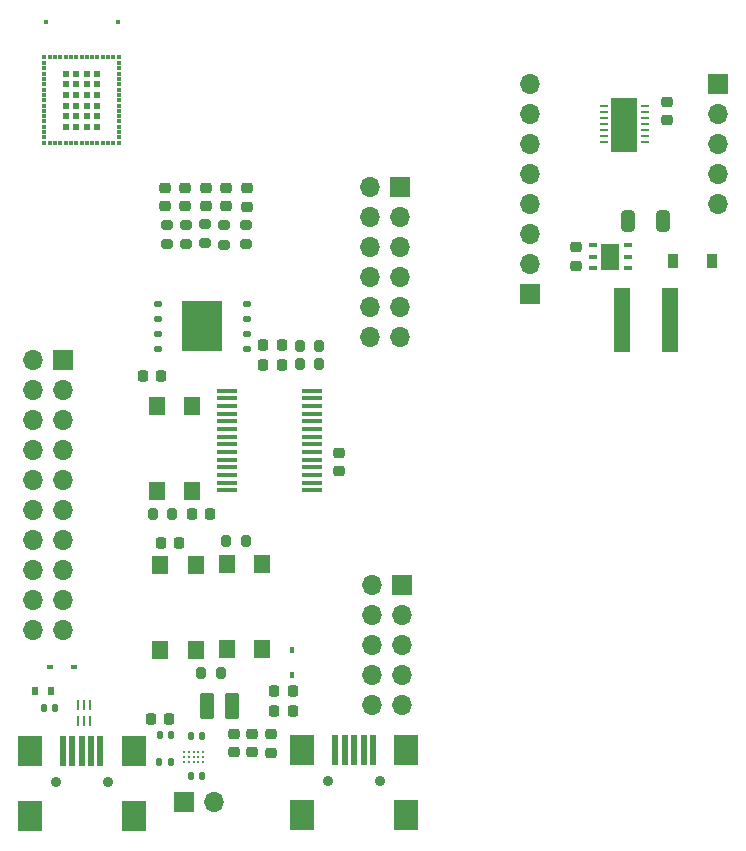
<source format=gbr>
%TF.GenerationSoftware,KiCad,Pcbnew,6.0.10-86aedd382b~118~ubuntu22.04.1*%
%TF.CreationDate,2023-01-21T23:49:40-03:00*%
%TF.ProjectId,MB_V2,4d425f56-322e-46b6-9963-61645f706362,rev?*%
%TF.SameCoordinates,Original*%
%TF.FileFunction,Soldermask,Top*%
%TF.FilePolarity,Negative*%
%FSLAX46Y46*%
G04 Gerber Fmt 4.6, Leading zero omitted, Abs format (unit mm)*
G04 Created by KiCad (PCBNEW 6.0.10-86aedd382b~118~ubuntu22.04.1) date 2023-01-21 23:49:40*
%MOMM*%
%LPD*%
G01*
G04 APERTURE LIST*
G04 Aperture macros list*
%AMRoundRect*
0 Rectangle with rounded corners*
0 $1 Rounding radius*
0 $2 $3 $4 $5 $6 $7 $8 $9 X,Y pos of 4 corners*
0 Add a 4 corners polygon primitive as box body*
4,1,4,$2,$3,$4,$5,$6,$7,$8,$9,$2,$3,0*
0 Add four circle primitives for the rounded corners*
1,1,$1+$1,$2,$3*
1,1,$1+$1,$4,$5*
1,1,$1+$1,$6,$7*
1,1,$1+$1,$8,$9*
0 Add four rect primitives between the rounded corners*
20,1,$1+$1,$2,$3,$4,$5,0*
20,1,$1+$1,$4,$5,$6,$7,0*
20,1,$1+$1,$6,$7,$8,$9,0*
20,1,$1+$1,$8,$9,$2,$3,0*%
G04 Aperture macros list end*
%ADD10RoundRect,0.125000X0.200000X0.125000X-0.200000X0.125000X-0.200000X-0.125000X0.200000X-0.125000X0*%
%ADD11R,3.400000X4.300000*%
%ADD12R,0.706399X0.407200*%
%ADD13R,1.498600X2.311400*%
%ADD14R,0.600000X0.700000*%
%ADD15R,1.400000X1.600000*%
%ADD16C,0.900000*%
%ADD17R,0.500000X2.500000*%
%ADD18R,2.000000X2.500000*%
%ADD19R,1.750000X0.450000*%
%ADD20RoundRect,0.218750X0.256250X-0.218750X0.256250X0.218750X-0.256250X0.218750X-0.256250X-0.218750X0*%
%ADD21RoundRect,0.140000X-0.140000X-0.170000X0.140000X-0.170000X0.140000X0.170000X-0.140000X0.170000X0*%
%ADD22RoundRect,0.225000X-0.250000X0.225000X-0.250000X-0.225000X0.250000X-0.225000X0.250000X0.225000X0*%
%ADD23RoundRect,0.200000X0.200000X0.275000X-0.200000X0.275000X-0.200000X-0.275000X0.200000X-0.275000X0*%
%ADD24RoundRect,0.200000X-0.275000X0.200000X-0.275000X-0.200000X0.275000X-0.200000X0.275000X0.200000X0*%
%ADD25RoundRect,0.140000X0.140000X0.170000X-0.140000X0.170000X-0.140000X-0.170000X0.140000X-0.170000X0*%
%ADD26RoundRect,0.225000X0.225000X0.250000X-0.225000X0.250000X-0.225000X-0.250000X0.225000X-0.250000X0*%
%ADD27R,0.600000X0.450000*%
%ADD28RoundRect,0.250000X-0.325000X-0.650000X0.325000X-0.650000X0.325000X0.650000X-0.325000X0.650000X0*%
%ADD29RoundRect,0.250000X-0.375000X-0.850000X0.375000X-0.850000X0.375000X0.850000X-0.375000X0.850000X0*%
%ADD30R,1.700000X1.700000*%
%ADD31O,1.700000X1.700000*%
%ADD32C,0.254000*%
%ADD33RoundRect,0.225000X0.250000X-0.225000X0.250000X0.225000X-0.250000X0.225000X-0.250000X-0.225000X0*%
%ADD34RoundRect,0.225000X-0.225000X-0.250000X0.225000X-0.250000X0.225000X0.250000X-0.225000X0.250000X0*%
%ADD35RoundRect,0.218750X0.218750X0.256250X-0.218750X0.256250X-0.218750X-0.256250X0.218750X-0.256250X0*%
%ADD36RoundRect,0.200000X-0.200000X-0.275000X0.200000X-0.275000X0.200000X0.275000X-0.200000X0.275000X0*%
%ADD37R,0.450000X0.600000*%
%ADD38R,0.900000X1.200000*%
%ADD39R,0.254800X0.807999*%
%ADD40R,0.690000X0.280000*%
%ADD41R,2.273000X4.600000*%
%ADD42RoundRect,0.218750X-0.218750X-0.256250X0.218750X-0.256250X0.218750X0.256250X-0.218750X0.256250X0*%
%ADD43R,1.430000X5.500000*%
%ADD44R,0.350012X0.350012*%
%ADD45R,0.350000X0.300000*%
%ADD46R,0.300000X0.350000*%
%ADD47R,0.599999X0.599999*%
%ADD48R,0.429997X0.429997*%
G04 APERTURE END LIST*
D10*
%TO.C,U5*%
X114990000Y-134605000D03*
X114990000Y-133335000D03*
X114990000Y-132065000D03*
X114990000Y-130795000D03*
X107490000Y-130795000D03*
X107490000Y-132065000D03*
X107490000Y-133335000D03*
X107490000Y-134605000D03*
D11*
X111240000Y-132700000D03*
%TD*%
D12*
%TO.C,U4*%
X144273201Y-125839999D03*
X144273201Y-126790000D03*
X144273201Y-127740001D03*
X147266799Y-127740001D03*
X147266799Y-126790000D03*
X147266799Y-125839999D03*
D13*
X145770000Y-126790000D03*
%TD*%
D14*
%TO.C,D6*%
X98425000Y-163600000D03*
X97025000Y-163600000D03*
%TD*%
D15*
%TO.C,SW3*%
X107380000Y-139430000D03*
X107380000Y-146630000D03*
X110380000Y-146630000D03*
X110380000Y-139430000D03*
%TD*%
D16*
%TO.C,J4*%
X103200000Y-171250000D03*
X98800000Y-171250000D03*
D17*
X99400000Y-168650000D03*
X100200000Y-168650000D03*
X101000000Y-168650000D03*
X101800000Y-168650000D03*
X102600000Y-168650000D03*
D18*
X96600000Y-174150000D03*
X105400000Y-168650000D03*
X105400000Y-174150000D03*
X96600000Y-168650000D03*
%TD*%
D19*
%TO.C,U3*%
X113320000Y-138135000D03*
X113320000Y-138785000D03*
X113320000Y-139435000D03*
X113320000Y-140085000D03*
X113320000Y-140735000D03*
X113320000Y-141385000D03*
X113320000Y-142035000D03*
X113320000Y-142685000D03*
X113320000Y-143335000D03*
X113320000Y-143985000D03*
X113320000Y-144635000D03*
X113320000Y-145285000D03*
X113320000Y-145935000D03*
X113320000Y-146585000D03*
X120520000Y-146585000D03*
X120520000Y-145935000D03*
X120520000Y-145285000D03*
X120520000Y-144635000D03*
X120520000Y-143985000D03*
X120520000Y-143335000D03*
X120520000Y-142685000D03*
X120520000Y-142035000D03*
X120520000Y-141385000D03*
X120520000Y-140735000D03*
X120520000Y-140085000D03*
X120520000Y-139435000D03*
X120520000Y-138785000D03*
X120520000Y-138135000D03*
%TD*%
D20*
%TO.C,D2*%
X108050000Y-122547500D03*
X108050000Y-120972500D03*
%TD*%
D21*
%TO.C,C6*%
X97795000Y-165050000D03*
X98755000Y-165050000D03*
%TD*%
D22*
%TO.C,C1*%
X150560000Y-113665000D03*
X150560000Y-115215000D03*
%TD*%
D23*
%TO.C,R9*%
X108685000Y-148610000D03*
X107035000Y-148610000D03*
%TD*%
D24*
%TO.C,R1*%
X109850000Y-124100000D03*
X109850000Y-125750000D03*
%TD*%
D25*
%TO.C,C12*%
X108600000Y-167260000D03*
X107640000Y-167260000D03*
%TD*%
D26*
%TO.C,C9*%
X108410000Y-165920000D03*
X106860000Y-165920000D03*
%TD*%
D27*
%TO.C,D8*%
X100400000Y-161580000D03*
X98300000Y-161580000D03*
%TD*%
D28*
%TO.C,C3*%
X147265000Y-123760000D03*
X150215000Y-123760000D03*
%TD*%
D29*
%TO.C,L2*%
X111600000Y-164810000D03*
X113750000Y-164810000D03*
%TD*%
D21*
%TO.C,C11*%
X110260000Y-167350000D03*
X111220000Y-167350000D03*
%TD*%
D22*
%TO.C,C5*%
X122800000Y-143425000D03*
X122800000Y-144975000D03*
%TD*%
D30*
%TO.C,J7*%
X127920000Y-120900000D03*
D31*
X125380000Y-120900000D03*
X127920000Y-123440000D03*
X125380000Y-123440000D03*
X127920000Y-125980000D03*
X125380000Y-125980000D03*
X127920000Y-128520000D03*
X125380000Y-128520000D03*
X127920000Y-131060000D03*
X125380000Y-131060000D03*
X127920000Y-133600000D03*
X125380000Y-133600000D03*
%TD*%
D25*
%TO.C,C10*%
X111230000Y-170730000D03*
X110270000Y-170730000D03*
%TD*%
D20*
%TO.C,D5*%
X113230000Y-122547500D03*
X113230000Y-120972500D03*
%TD*%
%TO.C,D1*%
X109790000Y-122537500D03*
X109790000Y-120962500D03*
%TD*%
D32*
%TO.C,U7*%
X109700000Y-168750000D03*
X110100000Y-168750000D03*
X110500000Y-168750000D03*
X110900000Y-168750000D03*
X111300000Y-168750000D03*
X109700000Y-169150000D03*
X110100000Y-169150000D03*
X110500000Y-169150000D03*
X110900000Y-169150000D03*
X111300000Y-169150000D03*
X109700000Y-169550000D03*
X110100000Y-169550000D03*
X110500000Y-169550000D03*
X110900000Y-169550000D03*
X111300000Y-169550000D03*
%TD*%
D33*
%TO.C,C7*%
X142850000Y-127570000D03*
X142850000Y-126020000D03*
%TD*%
D25*
%TO.C,C13*%
X108550000Y-169600000D03*
X107590000Y-169600000D03*
%TD*%
D15*
%TO.C,SW1*%
X110650000Y-160125000D03*
X110650000Y-152925000D03*
X107650000Y-160125000D03*
X107650000Y-152925000D03*
%TD*%
D34*
%TO.C,C2*%
X107740000Y-151040000D03*
X109290000Y-151040000D03*
%TD*%
D23*
%TO.C,R8*%
X112790000Y-162020000D03*
X111140000Y-162020000D03*
%TD*%
D16*
%TO.C,J3*%
X121900000Y-171200000D03*
X126300000Y-171200000D03*
D17*
X122500000Y-168600000D03*
X123300000Y-168600000D03*
X124100000Y-168600000D03*
X124900000Y-168600000D03*
X125700000Y-168600000D03*
D18*
X119700000Y-168600000D03*
X128500000Y-174100000D03*
X119700000Y-174100000D03*
X128500000Y-168600000D03*
%TD*%
D35*
%TO.C,D10*%
X117960000Y-135940000D03*
X116385000Y-135940000D03*
%TD*%
D36*
%TO.C,R10*%
X113250000Y-150900000D03*
X114900000Y-150900000D03*
%TD*%
D30*
%TO.C,J2*%
X154900000Y-112200000D03*
D31*
X154900000Y-114740000D03*
X154900000Y-117280000D03*
X154900000Y-119820000D03*
X154900000Y-122360000D03*
%TD*%
D24*
%TO.C,R5*%
X113030000Y-124140000D03*
X113030000Y-125790000D03*
%TD*%
D35*
%TO.C,D11*%
X117977500Y-134290000D03*
X116402500Y-134290000D03*
%TD*%
D37*
%TO.C,D9*%
X118820000Y-160110000D03*
X118820000Y-162210000D03*
%TD*%
D24*
%TO.C,R2*%
X108210000Y-124085000D03*
X108210000Y-125735000D03*
%TD*%
%TO.C,R4*%
X114960000Y-124095000D03*
X114960000Y-125745000D03*
%TD*%
D34*
%TO.C,C17*%
X117327500Y-165262500D03*
X118877500Y-165262500D03*
%TD*%
D38*
%TO.C,D7*%
X151112500Y-127200000D03*
X154412500Y-127200000D03*
%TD*%
D36*
%TO.C,R6*%
X119465000Y-135920000D03*
X121115000Y-135920000D03*
%TD*%
%TO.C,R7*%
X119455000Y-134360000D03*
X121105000Y-134360000D03*
%TD*%
D24*
%TO.C,R3*%
X111420000Y-124015000D03*
X111420000Y-125665000D03*
%TD*%
D30*
%TO.C,J6*%
X99470000Y-135570000D03*
D31*
X96930000Y-135570000D03*
X99470000Y-138110000D03*
X96930000Y-138110000D03*
X99470000Y-140650000D03*
X96930000Y-140650000D03*
X99470000Y-143190000D03*
X96930000Y-143190000D03*
X99470000Y-145730000D03*
X96930000Y-145730000D03*
X99470000Y-148270000D03*
X96930000Y-148270000D03*
X99470000Y-150810000D03*
X96930000Y-150810000D03*
X99470000Y-153350000D03*
X96930000Y-153350000D03*
X99470000Y-155890000D03*
X96930000Y-155890000D03*
X99470000Y-158430000D03*
X96930000Y-158430000D03*
%TD*%
D22*
%TO.C,C14*%
X117000000Y-167230000D03*
X117000000Y-168780000D03*
%TD*%
D20*
%TO.C,D4*%
X114980000Y-122587500D03*
X114980000Y-121012500D03*
%TD*%
D39*
%TO.C,U6*%
X101674999Y-164729300D03*
X101175000Y-164729300D03*
X100675001Y-164729300D03*
X100675001Y-166070700D03*
X101175000Y-166070700D03*
X101674999Y-166070700D03*
%TD*%
D15*
%TO.C,SW2*%
X116320000Y-152840000D03*
X116320000Y-160040000D03*
X113320000Y-152840000D03*
X113320000Y-160040000D03*
%TD*%
D34*
%TO.C,C18*%
X117312500Y-163602500D03*
X118862500Y-163602500D03*
%TD*%
D30*
%TO.C,J5*%
X128100000Y-154600000D03*
D31*
X125560000Y-154600000D03*
X128100000Y-157140000D03*
X125560000Y-157140000D03*
X128100000Y-159680000D03*
X125560000Y-159680000D03*
X128100000Y-162220000D03*
X125560000Y-162220000D03*
X128100000Y-164760000D03*
X125560000Y-164760000D03*
%TD*%
D22*
%TO.C,C16*%
X113920000Y-167215000D03*
X113920000Y-168765000D03*
%TD*%
%TO.C,C15*%
X115440000Y-167215000D03*
X115440000Y-168765000D03*
%TD*%
D40*
%TO.C,U1*%
X145195000Y-114060000D03*
X145195000Y-114560000D03*
X145195000Y-115060000D03*
X145195000Y-115560000D03*
X145195000Y-116060000D03*
X145195000Y-116560000D03*
X145195000Y-117060000D03*
X148685000Y-117060000D03*
X148685000Y-116560000D03*
X148685000Y-116060000D03*
X148685000Y-115560000D03*
X148685000Y-115060000D03*
X148685000Y-114560000D03*
X148685000Y-114060000D03*
D41*
X146940000Y-115660000D03*
%TD*%
D42*
%TO.C,D12*%
X110322500Y-148620000D03*
X111897500Y-148620000D03*
%TD*%
D43*
%TO.C,L1*%
X146770000Y-132170000D03*
X150810000Y-132170000D03*
%TD*%
D44*
%TO.C,U2*%
X97825000Y-109924999D03*
D45*
X97825000Y-110399999D03*
X97825000Y-110850000D03*
X97825000Y-111299999D03*
X97825000Y-111749999D03*
X97825000Y-112200000D03*
X97825000Y-112649999D03*
X97825000Y-113100001D03*
X97825000Y-113550000D03*
X97825000Y-113999999D03*
X97825000Y-114450001D03*
X97825000Y-114900000D03*
X97825000Y-115350001D03*
X97825000Y-115800001D03*
X97825000Y-116250000D03*
X97825000Y-116700001D03*
D44*
X97825000Y-117175002D03*
D46*
X98300000Y-117175002D03*
X98749999Y-117175002D03*
X99199999Y-117175002D03*
X99650000Y-117175002D03*
X100099999Y-117175002D03*
X100550001Y-117175002D03*
X101000000Y-117175002D03*
X101449999Y-117175002D03*
X101900001Y-117175002D03*
X102350000Y-117175002D03*
X102800001Y-117175002D03*
X103250001Y-117175002D03*
X103700000Y-117175002D03*
D44*
X104175000Y-117175002D03*
D45*
X104175000Y-116700001D03*
X104175000Y-116250000D03*
X104175000Y-115800001D03*
X104175000Y-115350001D03*
X104175000Y-114900000D03*
X104175000Y-114450001D03*
X104175000Y-113999999D03*
X104175000Y-113550000D03*
X104175000Y-113100001D03*
X104175000Y-112649999D03*
X104175000Y-112200000D03*
X104175000Y-111749999D03*
X104175000Y-111299999D03*
X104175000Y-110850000D03*
X104175000Y-110399999D03*
D44*
X104175000Y-109924999D03*
D46*
X103700000Y-109924998D03*
X103250001Y-109924998D03*
X102800001Y-109924998D03*
X102350000Y-109924998D03*
X101900001Y-109924998D03*
X101449999Y-109924998D03*
X101000000Y-109924998D03*
X100550001Y-109924998D03*
X100099999Y-109924998D03*
X99650000Y-109924998D03*
X99199999Y-109924998D03*
X98749999Y-109924998D03*
X98300000Y-109924998D03*
D47*
X99650000Y-111299999D03*
X99650000Y-112199999D03*
X99650000Y-113099999D03*
X99650000Y-113999999D03*
X99650000Y-114899999D03*
X99650000Y-115799999D03*
X100550000Y-115799999D03*
X101450000Y-115799999D03*
X102350000Y-115799999D03*
X102350000Y-114899999D03*
X102350000Y-113999999D03*
X102350000Y-113099999D03*
X102350000Y-112199999D03*
X102350000Y-111299999D03*
X101450000Y-111299999D03*
X100550000Y-111299999D03*
X100550000Y-112199999D03*
X100550000Y-113099999D03*
X100550000Y-113999999D03*
X100550000Y-114899999D03*
X101450000Y-114899999D03*
X101450000Y-113999999D03*
X101450000Y-113099999D03*
X101450000Y-112199999D03*
D48*
X97950000Y-106964999D03*
X104050000Y-106964999D03*
%TD*%
D20*
%TO.C,D3*%
X111520000Y-122547500D03*
X111520000Y-120972500D03*
%TD*%
D30*
%TO.C,J1*%
X138975000Y-129975000D03*
D31*
X138975000Y-127435000D03*
X138975000Y-124895000D03*
X138975000Y-122355000D03*
X138975000Y-119815000D03*
X138975000Y-117275000D03*
X138975000Y-114735000D03*
X138975000Y-112195000D03*
%TD*%
D34*
%TO.C,C4*%
X106175000Y-136930000D03*
X107725000Y-136930000D03*
%TD*%
D30*
%TO.C,J8*%
X109680000Y-172980000D03*
D31*
X112220000Y-172980000D03*
%TD*%
M02*

</source>
